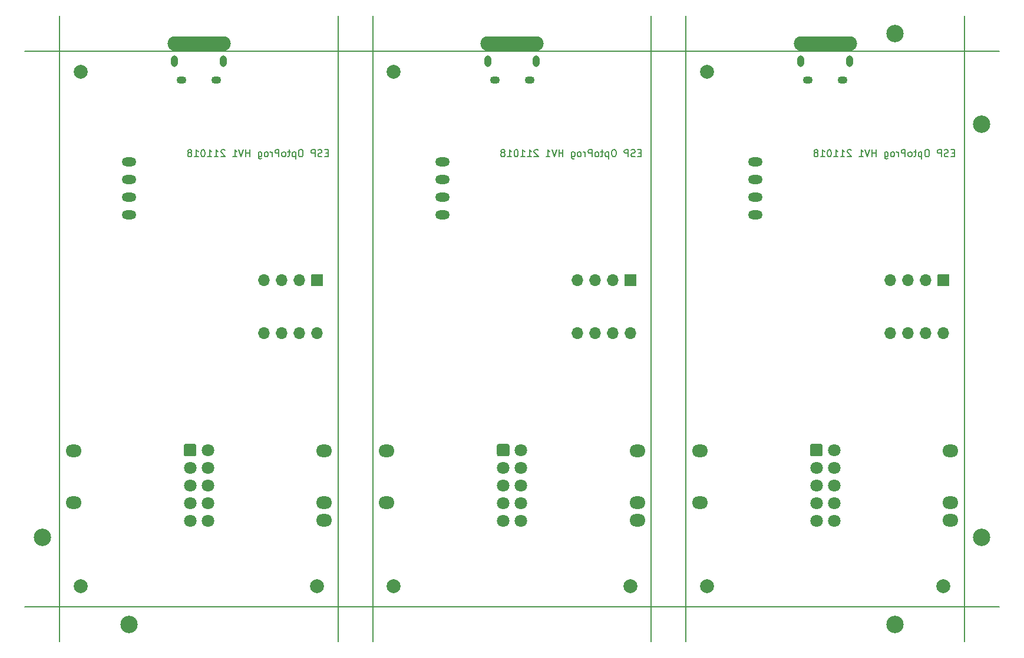
<source format=gbs>
%TF.GenerationSoftware,KiCad,Pcbnew,(5.1.10)-1*%
%TF.CreationDate,2021-10-19T11:57:26+02:00*%
%TF.ProjectId,EspOptoProg Panel,4573704f-7074-46f5-9072-6f672050616e,rev?*%
%TF.SameCoordinates,PXffb3b4c0PY4c4b40*%
%TF.FileFunction,Soldermask,Bot*%
%TF.FilePolarity,Negative*%
%FSLAX46Y46*%
G04 Gerber Fmt 4.6, Leading zero omitted, Abs format (unit mm)*
G04 Created by KiCad (PCBNEW (5.1.10)-1) date 2021-10-19 11:57:26*
%MOMM*%
%LPD*%
G01*
G04 APERTURE LIST*
%ADD10C,0.150000*%
%ADD11C,2.500000*%
%ADD12C,2.000000*%
%ADD13O,2.100000X1.300000*%
%ADD14O,1.700000X1.700000*%
%ADD15C,1.800000*%
%ADD16O,2.300000X1.800000*%
%ADD17O,9.100000X2.100000*%
%ADD18O,1.000000X1.650000*%
%ADD19O,1.400000X1.100000*%
G04 APERTURE END LIST*
D10*
X0Y85000000D02*
X140000000Y85000000D01*
X135000000Y0D02*
X135000000Y90000000D01*
X90000000Y0D02*
X90000000Y90000000D01*
X95000000Y0D02*
X95000000Y90000000D01*
X50000000Y0D02*
X50000000Y90000000D01*
X45000000Y0D02*
X45000000Y90000000D01*
X5000000Y0D02*
X5000000Y90000000D01*
X0Y5000000D02*
X140000000Y5000000D01*
X43547619Y70321428D02*
X43214285Y70321428D01*
X43071428Y69797619D02*
X43547619Y69797619D01*
X43547619Y70797619D01*
X43071428Y70797619D01*
X42690476Y69845238D02*
X42547619Y69797619D01*
X42309523Y69797619D01*
X42214285Y69845238D01*
X42166666Y69892857D01*
X42119047Y69988095D01*
X42119047Y70083333D01*
X42166666Y70178571D01*
X42214285Y70226190D01*
X42309523Y70273809D01*
X42500000Y70321428D01*
X42595238Y70369047D01*
X42642857Y70416666D01*
X42690476Y70511904D01*
X42690476Y70607142D01*
X42642857Y70702380D01*
X42595238Y70750000D01*
X42500000Y70797619D01*
X42261904Y70797619D01*
X42119047Y70750000D01*
X41690476Y69797619D02*
X41690476Y70797619D01*
X41309523Y70797619D01*
X41214285Y70750000D01*
X41166666Y70702380D01*
X41119047Y70607142D01*
X41119047Y70464285D01*
X41166666Y70369047D01*
X41214285Y70321428D01*
X41309523Y70273809D01*
X41690476Y70273809D01*
X39738095Y70797619D02*
X39547619Y70797619D01*
X39452380Y70750000D01*
X39357142Y70654761D01*
X39309523Y70464285D01*
X39309523Y70130952D01*
X39357142Y69940476D01*
X39452380Y69845238D01*
X39547619Y69797619D01*
X39738095Y69797619D01*
X39833333Y69845238D01*
X39928571Y69940476D01*
X39976190Y70130952D01*
X39976190Y70464285D01*
X39928571Y70654761D01*
X39833333Y70750000D01*
X39738095Y70797619D01*
X38880952Y70464285D02*
X38880952Y69464285D01*
X38880952Y70416666D02*
X38785714Y70464285D01*
X38595238Y70464285D01*
X38500000Y70416666D01*
X38452380Y70369047D01*
X38404761Y70273809D01*
X38404761Y69988095D01*
X38452380Y69892857D01*
X38500000Y69845238D01*
X38595238Y69797619D01*
X38785714Y69797619D01*
X38880952Y69845238D01*
X38119047Y70464285D02*
X37738095Y70464285D01*
X37976190Y70797619D02*
X37976190Y69940476D01*
X37928571Y69845238D01*
X37833333Y69797619D01*
X37738095Y69797619D01*
X37261904Y69797619D02*
X37357142Y69845238D01*
X37404761Y69892857D01*
X37452380Y69988095D01*
X37452380Y70273809D01*
X37404761Y70369047D01*
X37357142Y70416666D01*
X37261904Y70464285D01*
X37119047Y70464285D01*
X37023809Y70416666D01*
X36976190Y70369047D01*
X36928571Y70273809D01*
X36928571Y69988095D01*
X36976190Y69892857D01*
X37023809Y69845238D01*
X37119047Y69797619D01*
X37261904Y69797619D01*
X36500000Y69797619D02*
X36500000Y70797619D01*
X36119047Y70797619D01*
X36023809Y70750000D01*
X35976190Y70702380D01*
X35928571Y70607142D01*
X35928571Y70464285D01*
X35976190Y70369047D01*
X36023809Y70321428D01*
X36119047Y70273809D01*
X36500000Y70273809D01*
X35500000Y69797619D02*
X35500000Y70464285D01*
X35500000Y70273809D02*
X35452380Y70369047D01*
X35404761Y70416666D01*
X35309523Y70464285D01*
X35214285Y70464285D01*
X34738095Y69797619D02*
X34833333Y69845238D01*
X34880952Y69892857D01*
X34928571Y69988095D01*
X34928571Y70273809D01*
X34880952Y70369047D01*
X34833333Y70416666D01*
X34738095Y70464285D01*
X34595238Y70464285D01*
X34500000Y70416666D01*
X34452380Y70369047D01*
X34404761Y70273809D01*
X34404761Y69988095D01*
X34452380Y69892857D01*
X34500000Y69845238D01*
X34595238Y69797619D01*
X34738095Y69797619D01*
X33547619Y70464285D02*
X33547619Y69654761D01*
X33595238Y69559523D01*
X33642857Y69511904D01*
X33738095Y69464285D01*
X33880952Y69464285D01*
X33976190Y69511904D01*
X33547619Y69845238D02*
X33642857Y69797619D01*
X33833333Y69797619D01*
X33928571Y69845238D01*
X33976190Y69892857D01*
X34023809Y69988095D01*
X34023809Y70273809D01*
X33976190Y70369047D01*
X33928571Y70416666D01*
X33833333Y70464285D01*
X33642857Y70464285D01*
X33547619Y70416666D01*
X32309523Y69797619D02*
X32309523Y70797619D01*
X32309523Y70321428D02*
X31738095Y70321428D01*
X31738095Y69797619D02*
X31738095Y70797619D01*
X31404761Y70797619D02*
X31071428Y69797619D01*
X30738095Y70797619D01*
X29880952Y69797619D02*
X30452380Y69797619D01*
X30166666Y69797619D02*
X30166666Y70797619D01*
X30261904Y70654761D01*
X30357142Y70559523D01*
X30452380Y70511904D01*
X28738095Y70702380D02*
X28690476Y70750000D01*
X28595238Y70797619D01*
X28357142Y70797619D01*
X28261904Y70750000D01*
X28214285Y70702380D01*
X28166666Y70607142D01*
X28166666Y70511904D01*
X28214285Y70369047D01*
X28785714Y69797619D01*
X28166666Y69797619D01*
X27214285Y69797619D02*
X27785714Y69797619D01*
X27500000Y69797619D02*
X27500000Y70797619D01*
X27595238Y70654761D01*
X27690476Y70559523D01*
X27785714Y70511904D01*
X26261904Y69797619D02*
X26833333Y69797619D01*
X26547619Y69797619D02*
X26547619Y70797619D01*
X26642857Y70654761D01*
X26738095Y70559523D01*
X26833333Y70511904D01*
X25642857Y70797619D02*
X25547619Y70797619D01*
X25452380Y70750000D01*
X25404761Y70702380D01*
X25357142Y70607142D01*
X25309523Y70416666D01*
X25309523Y70178571D01*
X25357142Y69988095D01*
X25404761Y69892857D01*
X25452380Y69845238D01*
X25547619Y69797619D01*
X25642857Y69797619D01*
X25738095Y69845238D01*
X25785714Y69892857D01*
X25833333Y69988095D01*
X25880952Y70178571D01*
X25880952Y70416666D01*
X25833333Y70607142D01*
X25785714Y70702380D01*
X25738095Y70750000D01*
X25642857Y70797619D01*
X24357142Y69797619D02*
X24928571Y69797619D01*
X24642857Y69797619D02*
X24642857Y70797619D01*
X24738095Y70654761D01*
X24833333Y70559523D01*
X24928571Y70511904D01*
X23785714Y70369047D02*
X23880952Y70416666D01*
X23928571Y70464285D01*
X23976190Y70559523D01*
X23976190Y70607142D01*
X23928571Y70702380D01*
X23880952Y70750000D01*
X23785714Y70797619D01*
X23595238Y70797619D01*
X23500000Y70750000D01*
X23452380Y70702380D01*
X23404761Y70607142D01*
X23404761Y70559523D01*
X23452380Y70464285D01*
X23500000Y70416666D01*
X23595238Y70369047D01*
X23785714Y70369047D01*
X23880952Y70321428D01*
X23928571Y70273809D01*
X23976190Y70178571D01*
X23976190Y69988095D01*
X23928571Y69892857D01*
X23880952Y69845238D01*
X23785714Y69797619D01*
X23595238Y69797619D01*
X23500000Y69845238D01*
X23452380Y69892857D01*
X23404761Y69988095D01*
X23404761Y70178571D01*
X23452380Y70273809D01*
X23500000Y70321428D01*
X23595238Y70369047D01*
X88547619Y70321428D02*
X88214285Y70321428D01*
X88071428Y69797619D02*
X88547619Y69797619D01*
X88547619Y70797619D01*
X88071428Y70797619D01*
X87690476Y69845238D02*
X87547619Y69797619D01*
X87309523Y69797619D01*
X87214285Y69845238D01*
X87166666Y69892857D01*
X87119047Y69988095D01*
X87119047Y70083333D01*
X87166666Y70178571D01*
X87214285Y70226190D01*
X87309523Y70273809D01*
X87500000Y70321428D01*
X87595238Y70369047D01*
X87642857Y70416666D01*
X87690476Y70511904D01*
X87690476Y70607142D01*
X87642857Y70702380D01*
X87595238Y70750000D01*
X87500000Y70797619D01*
X87261904Y70797619D01*
X87119047Y70750000D01*
X86690476Y69797619D02*
X86690476Y70797619D01*
X86309523Y70797619D01*
X86214285Y70750000D01*
X86166666Y70702380D01*
X86119047Y70607142D01*
X86119047Y70464285D01*
X86166666Y70369047D01*
X86214285Y70321428D01*
X86309523Y70273809D01*
X86690476Y70273809D01*
X84738095Y70797619D02*
X84547619Y70797619D01*
X84452380Y70750000D01*
X84357142Y70654761D01*
X84309523Y70464285D01*
X84309523Y70130952D01*
X84357142Y69940476D01*
X84452380Y69845238D01*
X84547619Y69797619D01*
X84738095Y69797619D01*
X84833333Y69845238D01*
X84928571Y69940476D01*
X84976190Y70130952D01*
X84976190Y70464285D01*
X84928571Y70654761D01*
X84833333Y70750000D01*
X84738095Y70797619D01*
X83880952Y70464285D02*
X83880952Y69464285D01*
X83880952Y70416666D02*
X83785714Y70464285D01*
X83595238Y70464285D01*
X83500000Y70416666D01*
X83452380Y70369047D01*
X83404761Y70273809D01*
X83404761Y69988095D01*
X83452380Y69892857D01*
X83500000Y69845238D01*
X83595238Y69797619D01*
X83785714Y69797619D01*
X83880952Y69845238D01*
X83119047Y70464285D02*
X82738095Y70464285D01*
X82976190Y70797619D02*
X82976190Y69940476D01*
X82928571Y69845238D01*
X82833333Y69797619D01*
X82738095Y69797619D01*
X82261904Y69797619D02*
X82357142Y69845238D01*
X82404761Y69892857D01*
X82452380Y69988095D01*
X82452380Y70273809D01*
X82404761Y70369047D01*
X82357142Y70416666D01*
X82261904Y70464285D01*
X82119047Y70464285D01*
X82023809Y70416666D01*
X81976190Y70369047D01*
X81928571Y70273809D01*
X81928571Y69988095D01*
X81976190Y69892857D01*
X82023809Y69845238D01*
X82119047Y69797619D01*
X82261904Y69797619D01*
X81500000Y69797619D02*
X81500000Y70797619D01*
X81119047Y70797619D01*
X81023809Y70750000D01*
X80976190Y70702380D01*
X80928571Y70607142D01*
X80928571Y70464285D01*
X80976190Y70369047D01*
X81023809Y70321428D01*
X81119047Y70273809D01*
X81500000Y70273809D01*
X80500000Y69797619D02*
X80500000Y70464285D01*
X80500000Y70273809D02*
X80452380Y70369047D01*
X80404761Y70416666D01*
X80309523Y70464285D01*
X80214285Y70464285D01*
X79738095Y69797619D02*
X79833333Y69845238D01*
X79880952Y69892857D01*
X79928571Y69988095D01*
X79928571Y70273809D01*
X79880952Y70369047D01*
X79833333Y70416666D01*
X79738095Y70464285D01*
X79595238Y70464285D01*
X79500000Y70416666D01*
X79452380Y70369047D01*
X79404761Y70273809D01*
X79404761Y69988095D01*
X79452380Y69892857D01*
X79500000Y69845238D01*
X79595238Y69797619D01*
X79738095Y69797619D01*
X78547619Y70464285D02*
X78547619Y69654761D01*
X78595238Y69559523D01*
X78642857Y69511904D01*
X78738095Y69464285D01*
X78880952Y69464285D01*
X78976190Y69511904D01*
X78547619Y69845238D02*
X78642857Y69797619D01*
X78833333Y69797619D01*
X78928571Y69845238D01*
X78976190Y69892857D01*
X79023809Y69988095D01*
X79023809Y70273809D01*
X78976190Y70369047D01*
X78928571Y70416666D01*
X78833333Y70464285D01*
X78642857Y70464285D01*
X78547619Y70416666D01*
X77309523Y69797619D02*
X77309523Y70797619D01*
X77309523Y70321428D02*
X76738095Y70321428D01*
X76738095Y69797619D02*
X76738095Y70797619D01*
X76404761Y70797619D02*
X76071428Y69797619D01*
X75738095Y70797619D01*
X74880952Y69797619D02*
X75452380Y69797619D01*
X75166666Y69797619D02*
X75166666Y70797619D01*
X75261904Y70654761D01*
X75357142Y70559523D01*
X75452380Y70511904D01*
X73738095Y70702380D02*
X73690476Y70750000D01*
X73595238Y70797619D01*
X73357142Y70797619D01*
X73261904Y70750000D01*
X73214285Y70702380D01*
X73166666Y70607142D01*
X73166666Y70511904D01*
X73214285Y70369047D01*
X73785714Y69797619D01*
X73166666Y69797619D01*
X72214285Y69797619D02*
X72785714Y69797619D01*
X72500000Y69797619D02*
X72500000Y70797619D01*
X72595238Y70654761D01*
X72690476Y70559523D01*
X72785714Y70511904D01*
X71261904Y69797619D02*
X71833333Y69797619D01*
X71547619Y69797619D02*
X71547619Y70797619D01*
X71642857Y70654761D01*
X71738095Y70559523D01*
X71833333Y70511904D01*
X70642857Y70797619D02*
X70547619Y70797619D01*
X70452380Y70750000D01*
X70404761Y70702380D01*
X70357142Y70607142D01*
X70309523Y70416666D01*
X70309523Y70178571D01*
X70357142Y69988095D01*
X70404761Y69892857D01*
X70452380Y69845238D01*
X70547619Y69797619D01*
X70642857Y69797619D01*
X70738095Y69845238D01*
X70785714Y69892857D01*
X70833333Y69988095D01*
X70880952Y70178571D01*
X70880952Y70416666D01*
X70833333Y70607142D01*
X70785714Y70702380D01*
X70738095Y70750000D01*
X70642857Y70797619D01*
X69357142Y69797619D02*
X69928571Y69797619D01*
X69642857Y69797619D02*
X69642857Y70797619D01*
X69738095Y70654761D01*
X69833333Y70559523D01*
X69928571Y70511904D01*
X68785714Y70369047D02*
X68880952Y70416666D01*
X68928571Y70464285D01*
X68976190Y70559523D01*
X68976190Y70607142D01*
X68928571Y70702380D01*
X68880952Y70750000D01*
X68785714Y70797619D01*
X68595238Y70797619D01*
X68500000Y70750000D01*
X68452380Y70702380D01*
X68404761Y70607142D01*
X68404761Y70559523D01*
X68452380Y70464285D01*
X68500000Y70416666D01*
X68595238Y70369047D01*
X68785714Y70369047D01*
X68880952Y70321428D01*
X68928571Y70273809D01*
X68976190Y70178571D01*
X68976190Y69988095D01*
X68928571Y69892857D01*
X68880952Y69845238D01*
X68785714Y69797619D01*
X68595238Y69797619D01*
X68500000Y69845238D01*
X68452380Y69892857D01*
X68404761Y69988095D01*
X68404761Y70178571D01*
X68452380Y70273809D01*
X68500000Y70321428D01*
X68595238Y70369047D01*
X133547619Y70321428D02*
X133214285Y70321428D01*
X133071428Y69797619D02*
X133547619Y69797619D01*
X133547619Y70797619D01*
X133071428Y70797619D01*
X132690476Y69845238D02*
X132547619Y69797619D01*
X132309523Y69797619D01*
X132214285Y69845238D01*
X132166666Y69892857D01*
X132119047Y69988095D01*
X132119047Y70083333D01*
X132166666Y70178571D01*
X132214285Y70226190D01*
X132309523Y70273809D01*
X132500000Y70321428D01*
X132595238Y70369047D01*
X132642857Y70416666D01*
X132690476Y70511904D01*
X132690476Y70607142D01*
X132642857Y70702380D01*
X132595238Y70750000D01*
X132500000Y70797619D01*
X132261904Y70797619D01*
X132119047Y70750000D01*
X131690476Y69797619D02*
X131690476Y70797619D01*
X131309523Y70797619D01*
X131214285Y70750000D01*
X131166666Y70702380D01*
X131119047Y70607142D01*
X131119047Y70464285D01*
X131166666Y70369047D01*
X131214285Y70321428D01*
X131309523Y70273809D01*
X131690476Y70273809D01*
X129738095Y70797619D02*
X129547619Y70797619D01*
X129452380Y70750000D01*
X129357142Y70654761D01*
X129309523Y70464285D01*
X129309523Y70130952D01*
X129357142Y69940476D01*
X129452380Y69845238D01*
X129547619Y69797619D01*
X129738095Y69797619D01*
X129833333Y69845238D01*
X129928571Y69940476D01*
X129976190Y70130952D01*
X129976190Y70464285D01*
X129928571Y70654761D01*
X129833333Y70750000D01*
X129738095Y70797619D01*
X128880952Y70464285D02*
X128880952Y69464285D01*
X128880952Y70416666D02*
X128785714Y70464285D01*
X128595238Y70464285D01*
X128500000Y70416666D01*
X128452380Y70369047D01*
X128404761Y70273809D01*
X128404761Y69988095D01*
X128452380Y69892857D01*
X128500000Y69845238D01*
X128595238Y69797619D01*
X128785714Y69797619D01*
X128880952Y69845238D01*
X128119047Y70464285D02*
X127738095Y70464285D01*
X127976190Y70797619D02*
X127976190Y69940476D01*
X127928571Y69845238D01*
X127833333Y69797619D01*
X127738095Y69797619D01*
X127261904Y69797619D02*
X127357142Y69845238D01*
X127404761Y69892857D01*
X127452380Y69988095D01*
X127452380Y70273809D01*
X127404761Y70369047D01*
X127357142Y70416666D01*
X127261904Y70464285D01*
X127119047Y70464285D01*
X127023809Y70416666D01*
X126976190Y70369047D01*
X126928571Y70273809D01*
X126928571Y69988095D01*
X126976190Y69892857D01*
X127023809Y69845238D01*
X127119047Y69797619D01*
X127261904Y69797619D01*
X126500000Y69797619D02*
X126500000Y70797619D01*
X126119047Y70797619D01*
X126023809Y70750000D01*
X125976190Y70702380D01*
X125928571Y70607142D01*
X125928571Y70464285D01*
X125976190Y70369047D01*
X126023809Y70321428D01*
X126119047Y70273809D01*
X126500000Y70273809D01*
X125500000Y69797619D02*
X125500000Y70464285D01*
X125500000Y70273809D02*
X125452380Y70369047D01*
X125404761Y70416666D01*
X125309523Y70464285D01*
X125214285Y70464285D01*
X124738095Y69797619D02*
X124833333Y69845238D01*
X124880952Y69892857D01*
X124928571Y69988095D01*
X124928571Y70273809D01*
X124880952Y70369047D01*
X124833333Y70416666D01*
X124738095Y70464285D01*
X124595238Y70464285D01*
X124500000Y70416666D01*
X124452380Y70369047D01*
X124404761Y70273809D01*
X124404761Y69988095D01*
X124452380Y69892857D01*
X124500000Y69845238D01*
X124595238Y69797619D01*
X124738095Y69797619D01*
X123547619Y70464285D02*
X123547619Y69654761D01*
X123595238Y69559523D01*
X123642857Y69511904D01*
X123738095Y69464285D01*
X123880952Y69464285D01*
X123976190Y69511904D01*
X123547619Y69845238D02*
X123642857Y69797619D01*
X123833333Y69797619D01*
X123928571Y69845238D01*
X123976190Y69892857D01*
X124023809Y69988095D01*
X124023809Y70273809D01*
X123976190Y70369047D01*
X123928571Y70416666D01*
X123833333Y70464285D01*
X123642857Y70464285D01*
X123547619Y70416666D01*
X122309523Y69797619D02*
X122309523Y70797619D01*
X122309523Y70321428D02*
X121738095Y70321428D01*
X121738095Y69797619D02*
X121738095Y70797619D01*
X121404761Y70797619D02*
X121071428Y69797619D01*
X120738095Y70797619D01*
X119880952Y69797619D02*
X120452380Y69797619D01*
X120166666Y69797619D02*
X120166666Y70797619D01*
X120261904Y70654761D01*
X120357142Y70559523D01*
X120452380Y70511904D01*
X118738095Y70702380D02*
X118690476Y70750000D01*
X118595238Y70797619D01*
X118357142Y70797619D01*
X118261904Y70750000D01*
X118214285Y70702380D01*
X118166666Y70607142D01*
X118166666Y70511904D01*
X118214285Y70369047D01*
X118785714Y69797619D01*
X118166666Y69797619D01*
X117214285Y69797619D02*
X117785714Y69797619D01*
X117500000Y69797619D02*
X117500000Y70797619D01*
X117595238Y70654761D01*
X117690476Y70559523D01*
X117785714Y70511904D01*
X116261904Y69797619D02*
X116833333Y69797619D01*
X116547619Y69797619D02*
X116547619Y70797619D01*
X116642857Y70654761D01*
X116738095Y70559523D01*
X116833333Y70511904D01*
X115642857Y70797619D02*
X115547619Y70797619D01*
X115452380Y70750000D01*
X115404761Y70702380D01*
X115357142Y70607142D01*
X115309523Y70416666D01*
X115309523Y70178571D01*
X115357142Y69988095D01*
X115404761Y69892857D01*
X115452380Y69845238D01*
X115547619Y69797619D01*
X115642857Y69797619D01*
X115738095Y69845238D01*
X115785714Y69892857D01*
X115833333Y69988095D01*
X115880952Y70178571D01*
X115880952Y70416666D01*
X115833333Y70607142D01*
X115785714Y70702380D01*
X115738095Y70750000D01*
X115642857Y70797619D01*
X114357142Y69797619D02*
X114928571Y69797619D01*
X114642857Y69797619D02*
X114642857Y70797619D01*
X114738095Y70654761D01*
X114833333Y70559523D01*
X114928571Y70511904D01*
X113785714Y70369047D02*
X113880952Y70416666D01*
X113928571Y70464285D01*
X113976190Y70559523D01*
X113976190Y70607142D01*
X113928571Y70702380D01*
X113880952Y70750000D01*
X113785714Y70797619D01*
X113595238Y70797619D01*
X113500000Y70750000D01*
X113452380Y70702380D01*
X113404761Y70607142D01*
X113404761Y70559523D01*
X113452380Y70464285D01*
X113500000Y70416666D01*
X113595238Y70369047D01*
X113785714Y70369047D01*
X113880952Y70321428D01*
X113928571Y70273809D01*
X113976190Y70178571D01*
X113976190Y69988095D01*
X113928571Y69892857D01*
X113880952Y69845238D01*
X113785714Y69797619D01*
X113595238Y69797619D01*
X113500000Y69845238D01*
X113452380Y69892857D01*
X113404761Y69988095D01*
X113404761Y70178571D01*
X113452380Y70273809D01*
X113500000Y70321428D01*
X113595238Y70369047D01*
D11*
%TO.C,FID_B1*%
X2500000Y15000000D03*
%TD*%
%TO.C,FID_B4*%
X137500000Y15000000D03*
%TD*%
%TO.C,FID_B5*%
X137500000Y74500000D03*
%TD*%
%TO.C,FID_B6*%
X125000000Y87500000D03*
%TD*%
%TO.C,FID_B3*%
X125000000Y2500000D03*
%TD*%
%TO.C,FID_B2*%
X15000000Y2500000D03*
%TD*%
D12*
%TO.C,FID6*%
X42000000Y8000000D03*
%TD*%
%TO.C,FID5*%
X8000000Y8000000D03*
%TD*%
%TO.C,FID4*%
X8000000Y82000000D03*
%TD*%
D13*
%TO.C,U50*%
X15000000Y61440000D03*
X15000000Y63980000D03*
X15000000Y66520000D03*
X15000000Y69060000D03*
%TD*%
D14*
%TO.C,J30*%
X42000000Y44380000D03*
X34380000Y52000000D03*
X39460000Y44380000D03*
X36920000Y52000000D03*
X36920000Y44380000D03*
X39460000Y52000000D03*
X34380000Y44380000D03*
G36*
G01*
X41200000Y52850000D02*
X42800000Y52850000D01*
G75*
G02*
X42850000Y52800000I0J-50000D01*
G01*
X42850000Y51200000D01*
G75*
G02*
X42800000Y51150000I-50000J0D01*
G01*
X41200000Y51150000D01*
G75*
G02*
X41150000Y51200000I0J50000D01*
G01*
X41150000Y52800000D01*
G75*
G02*
X41200000Y52850000I50000J0D01*
G01*
G37*
%TD*%
D15*
%TO.C,J40*%
X26270000Y17420000D03*
X26270000Y19960000D03*
X26270000Y22500000D03*
X26270000Y25040000D03*
X26270000Y27580000D03*
X23730000Y17420000D03*
X23730000Y19960000D03*
X23730000Y22500000D03*
X23730000Y25040000D03*
G36*
G01*
X22830000Y26944705D02*
X22830000Y28215295D01*
G75*
G02*
X23094705Y28480000I264705J0D01*
G01*
X24365295Y28480000D01*
G75*
G02*
X24630000Y28215295I0J-264705D01*
G01*
X24630000Y26944705D01*
G75*
G02*
X24365295Y26680000I-264705J0D01*
G01*
X23094705Y26680000D01*
G75*
G02*
X22830000Y26944705I0J264705D01*
G01*
G37*
%TD*%
D16*
%TO.C,TP45*%
X7000000Y20000000D03*
%TD*%
%TO.C,TP44*%
X7000000Y27500000D03*
%TD*%
%TO.C,TP43*%
X43000000Y17500000D03*
%TD*%
%TO.C,TP42*%
X43000000Y20000000D03*
%TD*%
%TO.C,TP41*%
X43000000Y27500000D03*
%TD*%
D17*
%TO.C,K10*%
X25000000Y86050000D03*
D18*
X21500000Y83550000D03*
D19*
X27500000Y80850000D03*
X22500000Y80850000D03*
D18*
X28500000Y83550000D03*
%TD*%
D12*
%TO.C,FID6*%
X87000000Y8000000D03*
%TD*%
%TO.C,FID5*%
X53000000Y8000000D03*
%TD*%
%TO.C,FID4*%
X53000000Y82000000D03*
%TD*%
D13*
%TO.C,U50*%
X60000000Y61440000D03*
X60000000Y63980000D03*
X60000000Y66520000D03*
X60000000Y69060000D03*
%TD*%
D14*
%TO.C,J30*%
X87000000Y44380000D03*
X79380000Y52000000D03*
X84460000Y44380000D03*
X81920000Y52000000D03*
X81920000Y44380000D03*
X84460000Y52000000D03*
X79380000Y44380000D03*
G36*
G01*
X86200000Y52850000D02*
X87800000Y52850000D01*
G75*
G02*
X87850000Y52800000I0J-50000D01*
G01*
X87850000Y51200000D01*
G75*
G02*
X87800000Y51150000I-50000J0D01*
G01*
X86200000Y51150000D01*
G75*
G02*
X86150000Y51200000I0J50000D01*
G01*
X86150000Y52800000D01*
G75*
G02*
X86200000Y52850000I50000J0D01*
G01*
G37*
%TD*%
D15*
%TO.C,J40*%
X71270000Y17420000D03*
X71270000Y19960000D03*
X71270000Y22500000D03*
X71270000Y25040000D03*
X71270000Y27580000D03*
X68730000Y17420000D03*
X68730000Y19960000D03*
X68730000Y22500000D03*
X68730000Y25040000D03*
G36*
G01*
X67830000Y26944705D02*
X67830000Y28215295D01*
G75*
G02*
X68094705Y28480000I264705J0D01*
G01*
X69365295Y28480000D01*
G75*
G02*
X69630000Y28215295I0J-264705D01*
G01*
X69630000Y26944705D01*
G75*
G02*
X69365295Y26680000I-264705J0D01*
G01*
X68094705Y26680000D01*
G75*
G02*
X67830000Y26944705I0J264705D01*
G01*
G37*
%TD*%
D16*
%TO.C,TP45*%
X52000000Y20000000D03*
%TD*%
%TO.C,TP44*%
X52000000Y27500000D03*
%TD*%
%TO.C,TP43*%
X88000000Y17500000D03*
%TD*%
%TO.C,TP42*%
X88000000Y20000000D03*
%TD*%
%TO.C,TP41*%
X88000000Y27500000D03*
%TD*%
D17*
%TO.C,K10*%
X70000000Y86050000D03*
D18*
X66500000Y83550000D03*
D19*
X72500000Y80850000D03*
X67500000Y80850000D03*
D18*
X73500000Y83550000D03*
%TD*%
D12*
%TO.C,FID6*%
X132000000Y8000000D03*
%TD*%
%TO.C,FID5*%
X98000000Y8000000D03*
%TD*%
%TO.C,FID4*%
X98000000Y82000000D03*
%TD*%
D13*
%TO.C,U50*%
X105000000Y61440000D03*
X105000000Y63980000D03*
X105000000Y66520000D03*
X105000000Y69060000D03*
%TD*%
D14*
%TO.C,J30*%
X132000000Y44380000D03*
X124380000Y52000000D03*
X129460000Y44380000D03*
X126920000Y52000000D03*
X126920000Y44380000D03*
X129460000Y52000000D03*
X124380000Y44380000D03*
G36*
G01*
X131200000Y52850000D02*
X132800000Y52850000D01*
G75*
G02*
X132850000Y52800000I0J-50000D01*
G01*
X132850000Y51200000D01*
G75*
G02*
X132800000Y51150000I-50000J0D01*
G01*
X131200000Y51150000D01*
G75*
G02*
X131150000Y51200000I0J50000D01*
G01*
X131150000Y52800000D01*
G75*
G02*
X131200000Y52850000I50000J0D01*
G01*
G37*
%TD*%
D15*
%TO.C,J40*%
X116270000Y17420000D03*
X116270000Y19960000D03*
X116270000Y22500000D03*
X116270000Y25040000D03*
X116270000Y27580000D03*
X113730000Y17420000D03*
X113730000Y19960000D03*
X113730000Y22500000D03*
X113730000Y25040000D03*
G36*
G01*
X112830000Y26944705D02*
X112830000Y28215295D01*
G75*
G02*
X113094705Y28480000I264705J0D01*
G01*
X114365295Y28480000D01*
G75*
G02*
X114630000Y28215295I0J-264705D01*
G01*
X114630000Y26944705D01*
G75*
G02*
X114365295Y26680000I-264705J0D01*
G01*
X113094705Y26680000D01*
G75*
G02*
X112830000Y26944705I0J264705D01*
G01*
G37*
%TD*%
D16*
%TO.C,TP45*%
X97000000Y20000000D03*
%TD*%
%TO.C,TP44*%
X97000000Y27500000D03*
%TD*%
%TO.C,TP43*%
X133000000Y17500000D03*
%TD*%
%TO.C,TP42*%
X133000000Y20000000D03*
%TD*%
%TO.C,TP41*%
X133000000Y27500000D03*
%TD*%
D17*
%TO.C,K10*%
X115000000Y86050000D03*
D18*
X111500000Y83550000D03*
D19*
X117500000Y80850000D03*
X112500000Y80850000D03*
D18*
X118500000Y83550000D03*
%TD*%
M02*

</source>
